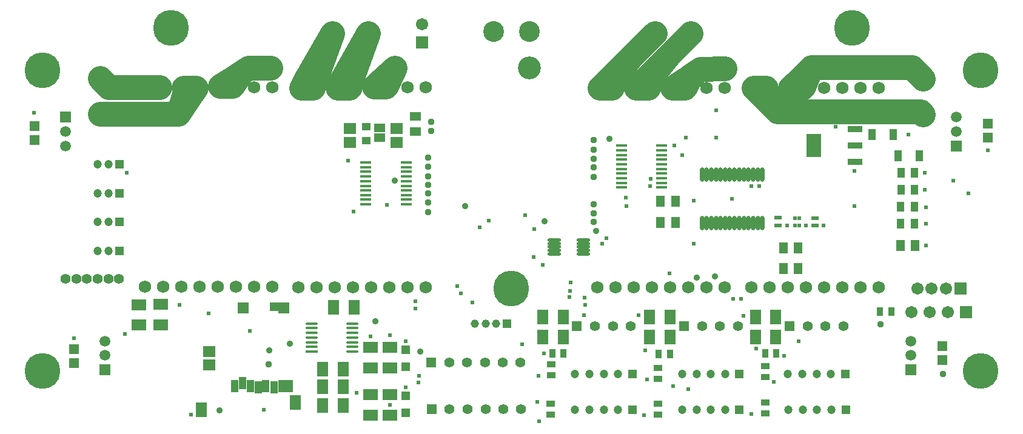
<source format=gbs>
%FSTAX23Y23*%
%MOIN*%
%SFA1B1*%

%IPPOS*%
%AMD88*
4,1,8,0.025100,0.007500,-0.025100,0.007500,-0.032600,0.000000,-0.032600,0.000000,-0.025100,-0.007500,0.025100,-0.007500,0.032600,0.000000,0.032600,0.000000,0.025100,0.007500,0.0*
1,1,0.014992,0.025100,0.000000*
1,1,0.014992,-0.025100,0.000000*
1,1,0.014992,-0.025100,0.000000*
1,1,0.014992,0.025100,0.000000*
%
%ADD23R,0.047244X0.047244*%
%ADD43R,0.083197X0.061937*%
%ADD51C,0.138110*%
%ADD53C,0.055118*%
%ADD54R,0.055118X0.055118*%
%ADD55C,0.114299*%
%ADD56C,0.068000*%
%ADD57C,0.047244*%
%ADD58C,0.196976*%
%ADD59C,0.067055*%
%ADD60R,0.067055X0.067055*%
%ADD61C,0.055559*%
%ADD62C,0.059181*%
%ADD63R,0.059181X0.059181*%
%ADD64R,0.067055X0.067055*%
%ADD65C,0.045275*%
%ADD66R,0.045275X0.045275*%
%ADD67C,0.037527*%
%ADD68C,0.035559*%
%ADD69C,0.023748*%
%ADD70C,0.126110*%
%ADD86R,0.037594X0.049689*%
%ADD87R,0.057563X0.053342*%
G04~CAMADD=88~8~0.0~0.0~651.7~149.9~75.0~0.0~15~0.0~0.0~0.0~0.0~0~0.0~0.0~0.0~0.0~0~0.0~0.0~0.0~0.0~651.7~149.9*
%ADD88D88*%
%ADD89R,0.065173X0.014992*%
%ADD94R,0.047500X0.059378*%
%ADD97R,0.062992X0.011811*%
%ADD98R,0.045275X0.045275*%
%ADD99R,0.039626X0.055441*%
%ADD103R,0.041339X0.062992*%
%ADD104R,0.084645X0.037401*%
%ADD106R,0.049689X0.037594*%
%ADD107R,0.084645X0.127952*%
%ADD108R,0.059378X0.047500*%
%ADD109R,0.049212X0.039370*%
%ADD110R,0.039496X0.067055*%
%ADD111R,0.059181X0.063118*%
%ADD112R,0.047370X0.045401*%
%ADD113R,0.063118X0.082803*%
%ADD114O,0.074929X0.019811*%
%ADD115R,0.067055X0.063118*%
%ADD116R,0.022961X0.023748*%
%ADD117R,0.061149X0.051307*%
%ADD118R,0.061937X0.083197*%
%ADD119O,0.025716X0.078866*%
%LNbrushed_pcb-1*%
%LPD*%
G54D23*
X00664Y-01038D03*
X01253Y-00841D03*
X00664D03*
X01253Y-01038D03*
X01837D03*
X01834Y-00841D03*
X-02156Y00314D03*
Y00155D03*
Y-00002D03*
Y-00162D03*
G54D43*
X-00667Y-00953D03*
Y-01065D03*
X-00776Y-00953D03*
Y-01065D03*
X-00667Y-00693D03*
Y-00805D03*
X-00776Y-00693D03*
Y-00805D03*
X-01927Y-0057D03*
Y-00458D03*
X-02047Y-00571D03*
Y-00459D03*
G54D51*
X-00877Y00784D02*
D01*
X-0088Y00775*
X-00881Y00769*
X-01077Y00777D02*
D01*
X-01077Y00776*
X-01078Y00774*
X-01079Y00772*
X-01079Y00771*
X-0108Y00769*
X00785Y00813D02*
D01*
X00779Y00806*
X00774Y00798*
X0077Y0079*
X00767Y00782*
X00763Y00774*
X00762Y00768*
X00586Y00814D02*
D01*
X0058Y00807*
X00575Y008*
X00571Y00792*
X00567Y00784*
X00564Y00776*
X00561Y00767*
X01409Y00698D02*
D01*
X01412Y00689*
X01415Y00681*
X01419Y00673*
X01423Y00665*
X01424Y00664*
X01533Y00732D02*
X01566Y00765D01*
X01533Y00732D02*
X016D01*
X-0069Y0074D02*
X-00687Y00745D01*
X-00642Y00842*
X-00756Y0074D02*
X-0071Y00781D01*
X-00642Y00842*
X-00756Y0074D02*
X-0069D01*
X-0089Y00733D02*
X-00889Y00738D01*
X-0089Y00733D02*
X-00888Y00741D01*
X-00881Y00769*
X-00877Y00784D02*
X-00787Y01033D01*
X-00956Y00733D02*
X-00934Y00773D01*
X-00787Y01033*
X-00956Y00733D02*
X-0089D01*
X-0109Y00734D02*
X-01087Y00742D01*
X-0108Y00769*
X-01077Y00777D02*
X-00984Y01033D01*
X-01156Y00734D02*
X-01134Y00773D01*
X-00984Y01033*
X-01156Y00734D02*
X-0109D01*
X01014Y0082D02*
X01038Y00836D01*
X00979Y00796D02*
X01014Y0082D01*
X0096Y00748D02*
X00982Y00786D01*
X00952Y00733D02*
X00957Y00743D01*
X-01543Y0078D02*
X-01446Y00843D01*
X-01531Y00748D02*
X-01502Y00793D01*
X-01602Y00742D02*
X-01543Y0078D01*
X-01535Y00742D02*
X-01531Y00748D01*
X00977Y00795D02*
X00979Y00796D01*
X00945Y00774D02*
X00977Y00795D01*
X00957Y00743D02*
X0096Y00748D01*
X00957Y00743D02*
D01*
X00945Y00774D02*
D01*
X00957Y00743D02*
D01*
X00885Y00733D02*
X00952D01*
X00931Y00764D02*
X00945Y00774D01*
X00885Y00733D02*
X00931Y00764D01*
X01038Y00836D02*
X01171Y00841D01*
X00785Y00813D02*
X00862Y00911D01*
X00752Y00733D02*
X00754Y0074D01*
X00762Y00768*
X00862Y00911D02*
X00984Y01033D01*
X00685Y00733D02*
X00729Y00777D01*
X00984Y01033*
X00685Y00733D02*
X00752D01*
X00586Y00814D02*
X00665Y00912D01*
X00552Y00733D02*
X00554Y0074D01*
X00561Y00767*
X00665Y00912D02*
X00787Y01033D01*
X00485Y00733D02*
X00529Y00777D01*
X00787Y01033*
X00485Y00733D02*
X00552D01*
X-01446Y00843D02*
X-01326D01*
X-01602Y00742D02*
X-01535D01*
X01413Y00653D02*
X01462Y00604D01*
X014Y0073D02*
X01409Y00698D01*
X01368Y00698D02*
X01413Y00653D01*
X02247Y00604D02*
X02263Y00588D01*
X01424Y00664D02*
X01462Y00604D01*
X01333Y00733D02*
X014D01*
X01462Y00604D02*
X02247D01*
X01333Y00733D02*
X01368Y00698D01*
X01577Y00776D02*
X01647Y00846D01*
X02202D02*
X02263Y00784D01*
X01566Y00765D02*
X01577Y00776D01*
X01604Y00741D02*
X01647Y00846D01*
X02202*
X-0089Y00733D02*
X-00889Y00738D01*
X-02263Y00589D02*
X-01831D01*
X-01799Y007*
X-01831Y00589D02*
X-01758Y007D01*
X-01802Y00735D02*
X-01735D01*
X-01758Y007D02*
X-01735Y00735D01*
X-02215Y00738D02*
X-02214Y00738D01*
X-02263Y00786D02*
X-02215Y00738D01*
X-02211Y00736D02*
X-01935D01*
G54D53*
X0005Y-00775D03*
X-00047D03*
X-00145D03*
X-00244D03*
X-00342D03*
X01047Y-00576D03*
X01145D03*
X01244D03*
X-0034Y-01032D03*
X-00242D03*
X-00143D03*
X-00045D03*
X00052D03*
X00655Y-00576D03*
X00557D03*
X00458D03*
X01824D03*
X01726D03*
X01627D03*
G54D54*
X-00441Y-00775D03*
X00948Y-00576D03*
X-00439Y-01032D03*
X0036Y-00576D03*
X01529D03*
G54D55*
X-00098Y01042D03*
X00098D03*
X-02263Y00589D03*
Y00786D03*
X-00984Y01033D03*
X-00787D03*
X00984D03*
X00787D03*
X02263Y00787D03*
Y0059D03*
G54D56*
X-01716Y00738D03*
X-01816Y00738D03*
X-01916Y00738D03*
X-02016D03*
X-01071Y00737D03*
X-01171D03*
X-00871D03*
X-00971Y00736D03*
X00771Y00735D03*
X00671Y00734D03*
X00571Y00735D03*
X00471D03*
X01618D03*
X01518Y00734D03*
X01418Y00735D03*
X01318D03*
X-01316Y-00361D03*
X-01416D03*
X-01516D03*
X-01616D03*
X-01716D03*
X-01816D03*
X-01916D03*
X-02016D03*
X-01616Y00738D03*
X-01416D03*
X-01316D03*
X-01516D03*
X-00471Y-00362D03*
X-00571D03*
X-00671D03*
X-00771D03*
X-00871D03*
X-00971D03*
X-01071D03*
X-01171D03*
X-00771Y00737D03*
X-00571D03*
X-00471D03*
X-00671D03*
X01171Y-00364D03*
X01071D03*
X00971D03*
X00871D03*
X00771D03*
X00671D03*
X00571D03*
X00471D03*
X00871Y00735D03*
X01071D03*
X01171D03*
X00971D03*
X02018Y-00364D03*
X01918D03*
X01818D03*
X01718D03*
X01618D03*
X01518D03*
X01418D03*
X01318D03*
X01718Y00735D03*
X01918D03*
X02018D03*
X01818D03*
G54D57*
X00349Y-01038D03*
X00428D03*
X00507D03*
X00585D03*
X-02274Y-00162D03*
Y00155D03*
Y00314D03*
Y-00002D03*
X-02215Y00314D03*
Y00155D03*
Y-00002D03*
Y-00162D03*
X00938Y-00841D03*
X01017D03*
X01096D03*
X01175D03*
X00585D03*
X00507D03*
X00428D03*
X00349D03*
X01175Y-01038D03*
X01096D03*
X01017D03*
X00938D03*
X01759D03*
X0168D03*
X01601D03*
X01523D03*
X01755Y-00841D03*
X01677D03*
X01598D03*
X01519D03*
G54D58*
X0Y-0037D03*
X01873Y01062D03*
X-02579Y-00824D03*
X02579D03*
Y0083D03*
X-01873Y01062D03*
X-02579Y0083D03*
G54D59*
X02198Y-00499D03*
X02298D03*
X02398D03*
X02231Y-00369D03*
X02388D03*
X0231D03*
X-00492Y01084D03*
G54D60*
X02498Y-00499D03*
X02467Y-00369D03*
G54D61*
X-02452Y-00318D03*
X-02393D03*
X-02334D03*
X-02275D03*
X-02216D03*
X-02157D03*
G54D62*
X02446Y00573D03*
Y00494D03*
X-02234Y-00738D03*
Y-00659D03*
X-02452Y00414D03*
Y00493D03*
X02195Y-00659D03*
Y-00738D03*
G54D63*
X02446Y00415D03*
X-02234Y-00816D03*
X-02452Y00572D03*
X02195Y-00816D03*
G54D64*
X-00492Y00984D03*
G54D65*
X-00202Y-00564D03*
X-00143D03*
X-00084D03*
G54D66*
X-00025Y-00564D03*
G54D67*
X02027Y-00566D03*
X02372Y-00841D03*
X00451Y-00002D03*
Y00296D03*
Y00446D03*
X-00457Y00102D03*
Y00153D03*
Y00051D03*
X00451Y00044D03*
Y00095D03*
Y00245D03*
Y00343D03*
X-01334Y-00787D03*
X-00457Y0035D03*
X00451Y00394D03*
X-00443Y00496D03*
Y00547D03*
X-00457Y002D03*
Y00248D03*
Y00299D03*
G54D68*
X01019Y-00311D03*
X0054Y00453D03*
X-00503Y-00715D03*
X-00748Y-00551D03*
X-01219Y-00674D03*
X00465Y-00054D03*
X-01604Y-01041D03*
X-00254Y00085D03*
X00183Y0D03*
X-00641Y00224D03*
X01118Y-00303D03*
X-01333Y-00711D03*
G54D69*
X-00508Y-00851D03*
X-00511Y-00886D03*
X02618Y0039D03*
X01003Y-00122D03*
X01515Y-00023D03*
X01885Y00278D03*
X02181Y00477D03*
X01783Y0052D03*
X00894Y00418D03*
X00938Y00364D03*
X-00298Y-00357D03*
X-00279Y-00397D03*
X-00851Y-00944D03*
X-00528Y-0048D03*
X-00897Y00333D03*
X0006Y-00678D03*
X-01761Y-01062D03*
X00404Y-00459D03*
X00631Y00083D03*
X0063Y00129D03*
X-01664Y-00506D03*
X-02124Y-00619D03*
X00153Y-01101D03*
X01363Y00192D03*
X00766Y00232D03*
X01318Y00192D03*
X00763D03*
X02511Y00152D03*
X02429Y00224D03*
X02279Y-00133D03*
X01716Y-00023D03*
X01213Y00123D03*
X01885Y00082D03*
X01003Y00115D03*
X0087Y-00285D03*
X01578Y-00661D03*
X015Y-0074D03*
X01345Y-00699D03*
X01442Y-00884D03*
X01126Y0061D03*
X01125Y0046D03*
X0096Y00461D03*
X-00668Y-00628D03*
X-00581Y-00659D03*
X01275Y-00519D03*
X00973Y-00924D03*
X00889Y-00908D03*
X00745Y-0087D03*
X00734Y-00709D03*
X00322Y-00384D03*
X00318Y-00417D03*
X007Y-00515D03*
X00397D03*
X01262Y-00428D03*
X0122D03*
X-00124Y00005D03*
X005Y-00122D03*
X00523Y-00094D03*
X00401Y-00421D03*
X00326Y-00338D03*
X-00174Y-00034D03*
X-00867Y00052D03*
X00125Y-00043D03*
X-00216Y-00448D03*
X00074Y00035D03*
X00147Y-00851D03*
X00141Y-00993D03*
X-00581Y-00914D03*
X00173Y-00241D03*
X00123Y-00195D03*
X-02114Y00267D03*
X0132Y-01061D03*
X-00527Y-0044D03*
X-01362Y-01035D03*
X-02404Y-00643D03*
X-00685Y0009D03*
X-01826Y-0046D03*
X-00774Y-00632D03*
X00729Y-01065D03*
X-00668Y-01009D03*
X-01437Y-00603D03*
X02273Y00266D03*
X02279Y-00012D03*
X02277Y00077D03*
X02273Y00172D03*
X01618Y-00023D03*
X-02624Y00598D03*
X0018Y-00727D03*
G54D70*
X00097Y00842D03*
X-00642Y00842D03*
X01171Y00841D03*
X-01325Y00842D03*
G54D86*
X02026Y-00496D03*
X02088D03*
X0081Y-00729D03*
X00871D03*
X00224Y-00725D03*
X00285D03*
X01395D03*
X01456D03*
G54D87*
X0237Y-00685D03*
Y-00762D03*
X02617Y00536D03*
Y00459D03*
X-02404Y-00703D03*
Y-0078D03*
X-02623Y00448D03*
Y00525D03*
G54D88*
X-00874Y-00716D03*
Y-00691D03*
Y-00665D03*
Y-0064D03*
Y-00614D03*
Y-00588D03*
Y-00563D03*
X-01097D03*
Y-00588D03*
Y-00614D03*
Y-0064D03*
Y-00665D03*
Y-00691D03*
G54D89*
X-01097Y-00716D03*
G54D94*
X0222Y-00134D03*
X02137D03*
X00903Y-00006D03*
X0082D03*
X00903Y0011D03*
X0082D03*
X01494Y-00259D03*
X01576D03*
X01494Y-00145D03*
X01576D03*
G54D97*
X00825Y00211D03*
Y00237D03*
Y00262D03*
Y00288D03*
Y00314D03*
Y00339D03*
Y00365D03*
Y00416D03*
X00605Y00186D03*
Y00211D03*
Y00237D03*
Y00262D03*
Y00288D03*
Y00314D03*
Y00339D03*
Y00365D03*
Y0039D03*
Y00416D03*
X00825Y0039D03*
Y00186D03*
X-008Y00119D03*
Y00323D03*
X-00579Y00093D03*
Y00119D03*
Y00144D03*
Y0017D03*
Y00195D03*
Y00221D03*
Y00247D03*
Y00272D03*
Y00298D03*
Y00323D03*
X-008Y00093D03*
Y00144D03*
Y0017D03*
Y00195D03*
Y00221D03*
Y00247D03*
Y00272D03*
Y00298D03*
G54D98*
X-00581Y-00708D03*
Y-008D03*
Y-01052D03*
Y-0096D03*
G54D99*
X02141Y00266D03*
X02216D03*
X02141Y00172D03*
X02216D03*
X02139Y00079D03*
X02214D03*
X02139Y-00013D03*
X02214D03*
G54D103*
X02126Y00359D03*
X02243D03*
X02097Y00476D03*
X01981D03*
G54D104*
X01889Y00326D03*
Y00507D03*
Y00417D03*
G54D106*
X00218Y-00785D03*
Y-00846D03*
X00216Y-01063D03*
Y-01002D03*
X00805D03*
Y-01063D03*
Y-00805D03*
Y-00866D03*
X01395Y-00857D03*
Y-00796D03*
Y-01057D03*
Y-00996D03*
G54D107*
X01661Y00417D03*
G54D108*
X-00527Y00576D03*
Y00493D03*
G54D109*
X-00799Y00442D03*
Y00521D03*
G54D110*
X-0122Y-00906D03*
X-01263D03*
X-01306Y-00914D03*
X-0135Y-00906D03*
X-01393Y-00914D03*
X-01436Y-00906D03*
X-01479Y-0089D03*
X-01523Y-00906D03*
G54D111*
X-01251Y-00478D03*
X-01476D03*
G54D112*
X-01306Y-00469D03*
G54D113*
X-01188Y-00996D03*
X-01706Y-01035D03*
G54D114*
X00395Y-00181D03*
Y-00161D03*
X00234Y-00181D03*
Y-00161D03*
Y-00141D03*
Y-00122D03*
Y-00102D03*
X00395Y-00141D03*
Y-00122D03*
Y-00102D03*
G54D115*
X-01663Y-00791D03*
Y-00716D03*
X-00633Y00509D03*
Y00435D03*
X-00887Y00509D03*
Y00435D03*
G54D116*
X01476Y-00024D03*
X01454D03*
X01581D03*
X01559D03*
Y00018D03*
X01581D03*
X01679Y-00024D03*
X01657D03*
Y00018D03*
X01679D03*
X01454Y00019D03*
X01476D03*
G54D117*
X-00724Y0046D03*
Y00515D03*
G54D118*
X-01038Y-00813D03*
X-00926D03*
X-01038Y-00911D03*
X-00926D03*
Y-01014D03*
X-01038D03*
X-00977Y-00472D03*
X-00865D03*
X01341Y-00635D03*
X00173Y-00636D03*
X0076Y-00635D03*
Y-00528D03*
X00872D03*
X00172D03*
X00284D03*
X01341D03*
X01453D03*
X00872Y-00635D03*
X00285Y-00636D03*
X01453Y-00635D03*
G54D119*
X01252Y00257D03*
X01303Y-0001D03*
X01047Y00257D03*
X01073D03*
X01098D03*
X01124D03*
X01149D03*
X01175D03*
X012D03*
X01226D03*
X01277D03*
X01303D03*
X01328D03*
X01354D03*
X0138D03*
X01047Y-0001D03*
X01073D03*
X01098D03*
X01124D03*
X01149D03*
X01175D03*
X012D03*
X01226D03*
X01252D03*
X01277D03*
X01328D03*
X01354D03*
X0138D03*
M02*
</source>
